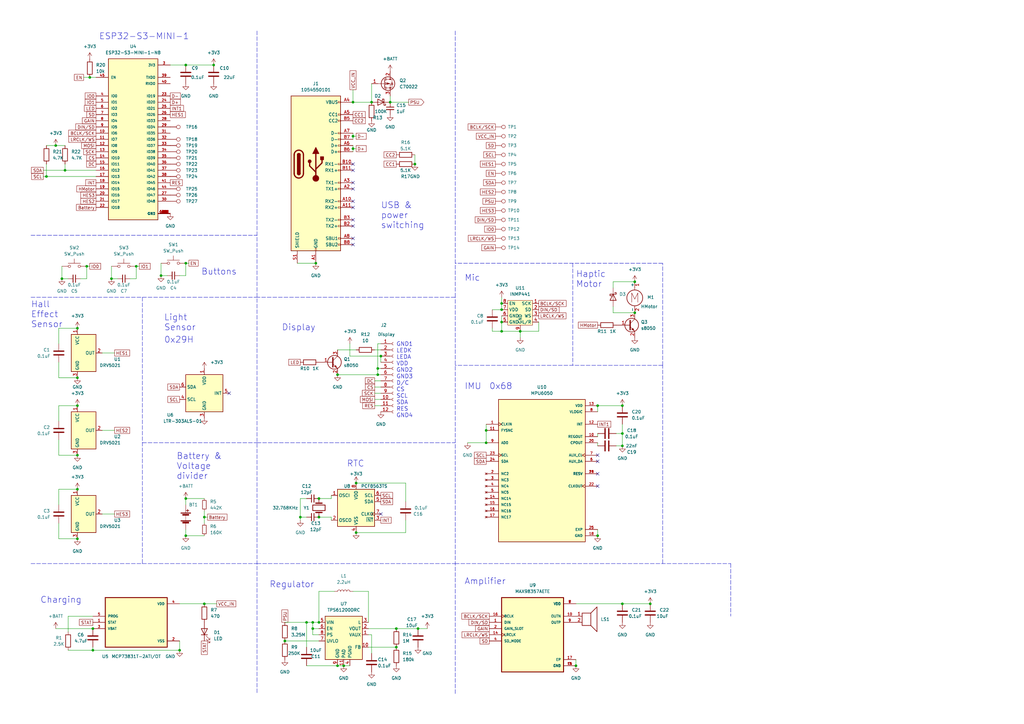
<source format=kicad_sch>
(kicad_sch (version 20211123) (generator eeschema)
  (paper "A3")
  (title_block (title "Nebula") (rev "V0.0") (company "Nicholas Gray"))
  (junction (at 205.74 124.46))
  (junction (at 199.39 176.53))
  (junction (at 38.1 257.81))
  (junction (at 130.81 255.27))
  (junction (at 130.81 204.47))
  (junction (at 205.74 135.89))
  (junction (at 255.27 182.88))
  (junction (at 125.73 255.27))
  (junction (at 170.18 67.31))
  (junction (at 144.78 60.96))
  (junction (at 83.82 247.65))
  (junction (at 245.11 166.37))
  (junction (at 26.67 69.85))
  (junction (at 76.2 219.71))
  (junction (at 138.43 273.05))
  (junction (at 260.35 128.27))
  (junction (at 255.27 166.37))
  (junction (at 128.27 255.27))
  (junction (at 87.63 26.67))
  (junction (at 213.36 135.89))
  (junction (at 154.94 153.67))
  (junction (at 156.21 146.05))
  (junction (at 22.86 59.69))
  (junction (at 144.78 55.88))
  (junction (at 162.56 257.81))
  (junction (at 130.81 212.09))
  (junction (at 116.84 262.89))
  (junction (at 36.83 31.75))
  (junction (at 129.54 107.95))
  (junction (at 199.39 181.61))
  (junction (at 152.4 41.91))
  (junction (at 76.2 107.95))
  (junction (at 31.75 166.37))
  (junction (at 205.74 132.08))
  (junction (at 45.72 114.3))
  (junction (at 76.2 204.47))
  (junction (at 31.75 186.69))
  (junction (at 25.4 114.3))
  (junction (at 66.04 113.03))
  (junction (at 236.22 273.05))
  (junction (at 266.7 247.65))
  (junction (at 19.05 72.39))
  (junction (at 140.97 273.05))
  (junction (at 245.11 219.71))
  (junction (at 38.1 266.7))
  (junction (at 255.27 177.8))
  (junction (at 55.88 109.22))
  (junction (at 146.05 218.44))
  (junction (at 162.56 265.43))
  (junction (at 160.02 41.91))
  (junction (at 171.45 257.81))
  (junction (at 31.75 220.98))
  (junction (at 260.35 115.57))
  (junction (at 73.66 266.7))
  (junction (at 128.27 257.81))
  (junction (at 154.94 151.13))
  (junction (at 31.75 200.66))
  (junction (at 31.75 154.94))
  (junction (at 35.56 109.22))
  (junction (at 31.75 134.62))
  (junction (at 255.27 247.65))
  (junction (at 83.82 212.09))
  (junction (at 123.19 212.09))
  (junction (at 138.43 153.67))
  (junction (at 144.78 41.91))
  (junction (at 146.05 198.12))
  (junction (at 76.2 26.67))
  (junction (at 205.74 127))
  (no_connect (at 144.78 69.85))
  (no_connect (at 156.21 210.82))
  (no_connect (at 144.78 92.71))
  (no_connect (at 245.11 199.39))
  (no_connect (at 144.78 67.31))
  (no_connect (at 245.11 194.31))
  (no_connect (at 144.78 82.55))
  (no_connect (at 93.98 161.29))
  (no_connect (at 144.78 90.17))
  (no_connect (at 144.78 85.09))
  (no_connect (at 144.78 100.33))
  (no_connect (at 144.78 97.79))
  (no_connect (at 245.11 189.23))
  (no_connect (at 144.78 77.47))
  (no_connect (at 245.11 186.69))
  (no_connect (at 144.78 74.93))
  (wire (pts (xy 201.93 135.89) (xy 205.74 135.89)))
  (wire (pts (xy 27.94 252.73) (xy 27.94 259.08)))
  (wire (pts (xy 66.04 113.03) (xy 68.58 113.03)))
  (wire (pts (xy 45.72 109.22) (xy 45.72 114.3)))
  (wire (pts (xy 252.73 182.88) (xy 255.27 182.88)))
  (wire (pts (xy 38.1 266.7) (xy 38.1 265.43)))
  (wire (pts (xy 201.93 135.89) (xy 201.93 134.62)))
  (wire (pts (xy 151.13 242.57) (xy 151.13 255.27)))
  (wire (pts (xy 152.4 260.35) (xy 152.4 267.97)))
  (polyline (pts (xy 12.7 231.14) (xy 58.42 231.14)))
  (wire (pts (xy 123.19 212.09) (xy 123.19 213.36)))
  (wire (pts (xy 17.78 72.39) (xy 19.05 72.39)))
  (wire (pts (xy 128.27 257.81) (xy 128.27 260.35)))
  (wire (pts (xy 24.13 220.98) (xy 31.75 220.98)))
  (wire (pts (xy 156.21 146.05) (xy 156.21 148.59)))
  (polyline (pts (xy 58.42 181.61) (xy 105.41 181.61)))
  (wire (pts (xy 125.73 255.27) (xy 128.27 255.27)))
  (wire (pts (xy 22.86 59.69) (xy 26.67 59.69)))
  (wire (pts (xy 255.27 177.8) (xy 255.27 182.88)))
  (wire (pts (xy 153.67 156.21) (xy 156.21 156.21)))
  (wire (pts (xy 83.82 209.55) (xy 83.82 212.09)))
  (wire (pts (xy 45.72 114.3) (xy 48.26 114.3)))
  (wire (pts (xy 76.2 107.95) (xy 76.2 113.03)))
  (wire (pts (xy 260.35 128.27) (xy 251.46 128.27)))
  (wire (pts (xy 251.46 115.57) (xy 260.35 115.57)))
  (wire (pts (xy 76.2 204.47) (xy 76.2 207.01)))
  (wire (pts (xy 140.97 273.05) (xy 143.51 273.05)))
  (wire (pts (xy 213.36 138.43) (xy 213.36 135.89)))
  (wire (pts (xy 245.11 182.88) (xy 245.11 181.61)))
  (polyline (pts (xy 271.78 107.95) (xy 186.69 107.95)))
  (wire (pts (xy 166.37 218.44) (xy 166.37 213.36)))
  (wire (pts (xy 130.81 212.09) (xy 135.89 212.09)))
  (wire (pts (xy 170.18 63.5) (xy 170.18 67.31)))
  (wire (pts (xy 205.74 132.08) (xy 205.74 135.89)))
  (wire (pts (xy 83.82 247.65) (xy 88.9 247.65)))
  (polyline (pts (xy 186.69 12.7) (xy 186.69 121.92)))
  (polyline (pts (xy 271.78 231.14) (xy 271.78 149.86)))
  (wire (pts (xy 38.1 252.73) (xy 27.94 252.73)))
  (wire (pts (xy 76.2 26.67) (xy 69.85 26.67)))
  (wire (pts (xy 255.27 173.99) (xy 255.27 177.8)))
  (wire (pts (xy 144.78 59.69) (xy 144.78 60.96)))
  (wire (pts (xy 24.13 166.37) (xy 24.13 172.72)))
  (polyline (pts (xy 271.78 149.86) (xy 186.69 149.86)))
  (wire (pts (xy 35.56 109.22) (xy 35.56 114.3)))
  (wire (pts (xy 125.73 204.47) (xy 123.19 204.47)))
  (wire (pts (xy 245.11 177.8) (xy 245.11 179.07)))
  (wire (pts (xy 123.19 204.47) (xy 123.19 212.09)))
  (wire (pts (xy 76.2 204.47) (xy 83.82 204.47)))
  (wire (pts (xy 55.88 109.22) (xy 55.88 114.3)))
  (wire (pts (xy 128.27 255.27) (xy 128.27 257.81)))
  (wire (pts (xy 130.81 242.57) (xy 137.16 242.57)))
  (wire (pts (xy 171.45 257.81) (xy 162.56 257.81)))
  (wire (pts (xy 41.91 210.82) (xy 46.99 210.82)))
  (wire (pts (xy 26.67 69.85) (xy 39.37 69.85)))
  (wire (pts (xy 22.86 257.81) (xy 38.1 257.81)))
  (wire (pts (xy 19.05 67.31) (xy 19.05 72.39)))
  (wire (pts (xy 25.4 114.3) (xy 27.94 114.3)))
  (wire (pts (xy 41.91 144.78) (xy 46.99 144.78)))
  (wire (pts (xy 151.13 265.43) (xy 162.56 265.43)))
  (polyline (pts (xy 58.42 121.92) (xy 58.42 231.14)))
  (wire (pts (xy 26.67 67.31) (xy 26.67 69.85)))
  (wire (pts (xy 144.78 55.88) (xy 144.78 57.15)))
  (wire (pts (xy 154.94 153.67) (xy 156.21 153.67)))
  (wire (pts (xy 73.66 266.7) (xy 38.1 266.7)))
  (wire (pts (xy 17.78 69.85) (xy 26.67 69.85)))
  (wire (pts (xy 36.83 31.75) (xy 39.37 31.75)))
  (wire (pts (xy 33.02 114.3) (xy 35.56 114.3)))
  (wire (pts (xy 153.67 161.29) (xy 156.21 161.29)))
  (wire (pts (xy 175.26 257.81) (xy 171.45 257.81)))
  (wire (pts (xy 73.66 262.89) (xy 73.66 266.7)))
  (polyline (pts (xy 234.95 107.95) (xy 234.95 149.86)))
  (wire (pts (xy 53.34 114.3) (xy 55.88 114.3)))
  (wire (pts (xy 251.46 118.11) (xy 251.46 115.57)))
  (polyline (pts (xy 12.7 121.92) (xy 105.41 121.92)))
  (wire (pts (xy 76.2 219.71) (xy 76.2 217.17)))
  (wire (pts (xy 128.27 255.27) (xy 130.81 255.27)))
  (polyline (pts (xy 105.41 181.61) (xy 186.69 181.61)))
  (wire (pts (xy 123.19 212.09) (xy 125.73 212.09)))
  (wire (pts (xy 135.89 204.47) (xy 135.89 203.2)))
  (polyline (pts (xy 105.41 231.14) (xy 186.69 231.14)))
  (wire (pts (xy 24.13 134.62) (xy 24.13 140.97)))
  (wire (pts (xy 220.98 135.89) (xy 213.36 135.89)))
  (wire (pts (xy 236.22 247.65) (xy 255.27 247.65)))
  (wire (pts (xy 128.27 257.81) (xy 130.81 257.81)))
  (polyline (pts (xy 186.69 231.14) (xy 299.72 231.14)))
  (polyline (pts (xy 271.78 149.86) (xy 271.78 107.95)))
  (wire (pts (xy 24.13 148.59) (xy 24.13 154.94)))
  (wire (pts (xy 154.94 151.13) (xy 156.21 151.13)))
  (wire (pts (xy 144.78 36.83) (xy 144.78 41.91)))
  (wire (pts (xy 125.73 273.05) (xy 138.43 273.05)))
  (wire (pts (xy 156.21 140.97) (xy 154.94 140.97)))
  (wire (pts (xy 24.13 154.94) (xy 31.75 154.94)))
  (wire (pts (xy 35.56 109.22) (xy 36.83 109.22)))
  (wire (pts (xy 245.11 217.17) (xy 245.11 219.71)))
  (wire (pts (xy 153.67 158.75) (xy 156.21 158.75)))
  (wire (pts (xy 83.82 212.09) (xy 83.82 214.63)))
  (wire (pts (xy 205.74 121.92) (xy 205.74 124.46)))
  (wire (pts (xy 152.4 34.29) (xy 152.4 41.91)))
  (wire (pts (xy 130.81 204.47) (xy 135.89 204.47)))
  (polyline (pts (xy 105.41 12.7) (xy 105.41 284.48)))
  (wire (pts (xy 19.05 72.39) (xy 39.37 72.39)))
  (wire (pts (xy 144.78 242.57) (xy 151.13 242.57)))
  (wire (pts (xy 143.51 140.97) (xy 143.51 146.05)))
  (wire (pts (xy 199.39 181.61) (xy 199.39 176.53)))
  (wire (pts (xy 236.22 270.51) (xy 236.22 273.05)))
  (wire (pts (xy 153.67 166.37) (xy 156.21 166.37)))
  (wire (pts (xy 252.73 177.8) (xy 255.27 177.8)))
  (wire (pts (xy 146.05 218.44) (xy 166.37 218.44)))
  (wire (pts (xy 220.98 132.08) (xy 220.98 135.89)))
  (wire (pts (xy 151.13 257.81) (xy 162.56 257.81)))
  (wire (pts (xy 73.66 247.65) (xy 83.82 247.65)))
  (wire (pts (xy 166.37 198.12) (xy 146.05 198.12)))
  (wire (pts (xy 138.43 153.67) (xy 154.94 153.67)))
  (wire (pts (xy 31.75 200.66) (xy 24.13 200.66)))
  (polyline (pts (xy 12.7 96.52) (xy 105.41 96.52)))
  (wire (pts (xy 146.05 143.51) (xy 138.43 143.51)))
  (wire (pts (xy 116.84 255.27) (xy 125.73 255.27)))
  (wire (pts (xy 41.91 176.53) (xy 46.99 176.53)))
  (wire (pts (xy 130.81 255.27) (xy 130.81 242.57)))
  (wire (pts (xy 144.78 55.88) (xy 146.05 55.88)))
  (wire (pts (xy 143.51 146.05) (xy 156.21 146.05)))
  (wire (pts (xy 27.94 266.7) (xy 38.1 266.7)))
  (wire (pts (xy 76.2 107.95) (xy 77.47 107.95)))
  (polyline (pts (xy 299.72 231.14) (xy 299.72 252.73)))
  (wire (pts (xy 24.13 180.34) (xy 24.13 186.69)))
  (wire (pts (xy 76.2 219.71) (xy 83.82 219.71)))
  (wire (pts (xy 144.78 60.96) (xy 146.05 60.96)))
  (wire (pts (xy 24.13 200.66) (xy 24.13 207.01)))
  (wire (pts (xy 154.94 151.13) (xy 154.94 153.67)))
  (wire (pts (xy 87.63 26.67) (xy 76.2 26.67)))
  (polyline (pts (xy 186.69 121.92) (xy 105.41 121.92)))
  (wire (pts (xy 19.05 59.69) (xy 22.86 59.69)))
  (wire (pts (xy 199.39 173.99) (xy 199.39 176.53)))
  (wire (pts (xy 85.09 212.09) (xy 83.82 212.09)))
  (wire (pts (xy 151.13 260.35) (xy 152.4 260.35)))
  (wire (pts (xy 245.11 166.37) (xy 255.27 166.37)))
  (wire (pts (xy 255.27 247.65) (xy 266.7 247.65)))
  (wire (pts (xy 153.67 163.83) (xy 156.21 163.83)))
  (wire (pts (xy 191.77 181.61) (xy 199.39 181.61)))
  (wire (pts (xy 160.02 39.37) (xy 160.02 41.91)))
  (wire (pts (xy 160.02 41.91) (xy 167.64 41.91)))
  (wire (pts (xy 201.93 127) (xy 205.74 127)))
  (wire (pts (xy 31.75 166.37) (xy 24.13 166.37)))
  (wire (pts (xy 245.11 166.37) (xy 245.11 168.91)))
  (wire (pts (xy 24.13 186.69) (xy 31.75 186.69)))
  (wire (pts (xy 144.78 60.96) (xy 144.78 62.23)))
  (wire (pts (xy 205.74 124.46) (xy 205.74 127)))
  (wire (pts (xy 24.13 214.63) (xy 24.13 220.98)))
  (wire (pts (xy 251.46 128.27) (xy 251.46 125.73)))
  (wire (pts (xy 55.88 109.22) (xy 57.15 109.22)))
  (polyline (pts (xy 58.42 231.14) (xy 105.41 231.14)))
  (wire (pts (xy 73.66 113.03) (xy 76.2 113.03)))
  (wire (pts (xy 34.29 31.75) (xy 36.83 31.75)))
  (wire (pts (xy 138.43 273.05) (xy 140.97 273.05)))
  (wire (pts (xy 130.81 260.35) (xy 128.27 260.35)))
  (wire (pts (xy 66.04 107.95) (xy 66.04 113.03)))
  (wire (pts (xy 144.78 41.91) (xy 152.4 41.91)))
  (wire (pts (xy 166.37 205.74) (xy 166.37 198.12)))
  (wire (pts (xy 121.92 107.95) (xy 129.54 107.95)))
  (wire (pts (xy 205.74 129.54) (xy 205.74 132.08)))
  (wire (pts (xy 213.36 135.89) (xy 205.74 135.89)))
  (polyline (pts (xy 186.69 284.48) (xy 186.69 121.92)))
  (wire (pts (xy 25.4 109.22) (xy 25.4 114.3)))
  (wire (pts (xy 144.78 54.61) (xy 144.78 55.88)))
  (wire (pts (xy 154.94 140.97) (xy 154.94 151.13)))
  (wire (pts (xy 116.84 262.89) (xy 130.81 262.89)))
  (wire (pts (xy 125.73 255.27) (xy 125.73 265.43)))
  (wire (pts (xy 31.75 134.62) (xy 24.13 134.62)))
  (wire (pts (xy 135.89 212.09) (xy 135.89 213.36)))
  (wire (pts (xy 153.67 143.51) (xy 156.21 143.51)))
  (text "0x68" (at 200.66 160.02 0) (effects (font (size 2.54 2.54)) (justify left bottom)))
  (text "Regulator\n" (at 110.49 241.3 0) (effects (font (size 2.54 2.54)) (justify left bottom)))
  (text "Hall\nEffect\nSensor\n" (at 12.7 134.62 0) (effects (font (size 2.54 2.54)) (justify left bottom)))
  (text "Charging\n" (at 16.51 247.65 0) (effects (font (size 2.54 2.54)) (justify left bottom)))
  (text "GND1\nLEDK\nLEDA\nVDD\nGND2\nGND3\nD/C\nCS\nSCL\nSDA\nRES\nGND4\n" (at 162.56 171.45 0) (effects (font (size 1.651 1.651)) (justify left bottom)))
  (text "Haptic\nMotor\n" (at 236.22 118.11 0) (effects (font (size 2.54 2.54)) (justify left bottom)))
  (text "Amplifier\n" (at 190.5 240.03 0) (effects (font (size 2.54 2.54)) (justify left bottom)))
  (text "Display\n" (at 115.57 135.89 0) (effects (font (size 2.54 2.54)) (justify left bottom)))
  (text "USB &\npower\nswitching\n" (at 156.21 93.98 0) (effects (font (size 2.54 2.54)) (justify left bottom)))
  (text "ESP32-S3-MINI-1\n" (at 40.64 16.51 0) (effects (font (size 2.54 2.54)) (justify left bottom)))
  (text "Mic\n" (at 190.5 115.57 0) (effects (font (size 2.54 2.54)) (justify left bottom)))
  (text "Light\nSensor\n" (at 67.31 135.89 0) (effects (font (size 2.54 2.54)) (justify left bottom)))
  (text "IMU\n" (at 190.5 160.02 0) (effects (font (size 2.54 2.54)) (justify left bottom)))
  (text "0x29H\n" (at 67.31 140.97 0) (effects (font (size 2.54 2.54)) (justify left bottom)))
  (text "Buttons\n" (at 82.55 113.03 0) (effects (font (size 2.54 2.54)) (justify left bottom)))
  (text "Battery &\nVoltage\ndivider\n" (at 72.39 196.85 0) (effects (font (size 2.54 2.54)) (justify left bottom)))
  (text "RTC\n" (at 142.24 191.77 0) (effects (font (size 2.54 2.54)) (justify left bottom)))
  (global_label "Battery" (shape passive) (at 85.09 212.09 0) (property "Intersheet References" "${INTERSHEET_REFS}" (effects hide)))
  (global_label "LRCLK{slash}WS" (shape passive) (at 39.37 57.15 180) (property "Intersheet References" "${INTERSHEET_REFS}" (effects hide)))
  (global_label "GAIN" (shape passive) (at 200.66 257.81 180) (property "Intersheet References" "${INTERSHEET_REFS}" (effects hide)))
  (global_label "SCL" (shape passive) (at 156.21 203.2 0) (property "Intersheet References" "${INTERSHEET_REFS}" (effects hide)))
  (global_label "GAIN" (shape passive) (at 39.37 49.53 180) (property "Intersheet References" "${INTERSHEET_REFS}" (effects hide)))
  (global_label "INT1" (shape passive) (at 245.11 173.99 0) (property "Intersheet References" "${INTERSHEET_REFS}" (effects hide)))
  (global_label "DC" (shape passive) (at 39.37 67.31 180) (property "Intersheet References" "${INTERSHEET_REFS}" (effects hide)))
  (global_label "BCLK{slash}SCK" (shape passive) (at 39.37 54.61 180) (property "Intersheet References" "${INTERSHEET_REFS}" (effects hide)))
  (global_label "PSU" (shape passive) (at 203.2 82.55 180) (property "Intersheet References" "${INTERSHEET_REFS}" (effects hide)))
  (global_label "STAT" (shape passive) (at 38.1 255.27 180) (property "Intersheet References" "${INTERSHEET_REFS}" (effects hide)))
  (global_label "CC1" (shape passive) (at 144.78 46.99 0) (property "Intersheet References" "${INTERSHEET_REFS}" (effects hide)))
  (global_label "SDA" (shape passive) (at 203.2 74.93 180) (property "Intersheet References" "${INTERSHEET_REFS}" (effects hide)))
  (global_label "Battery" (shape passive) (at 39.37 85.09 180) (property "Intersheet References" "${INTERSHEET_REFS}" (effects hide)))
  (global_label "EN" (shape passive) (at 203.2 71.12 180) (property "Intersheet References" "${INTERSHEET_REFS}" (effects hide)))
  (global_label "HES2" (shape passive) (at 39.37 82.55 180) (property "Intersheet References" "${INTERSHEET_REFS}" (effects hide)))
  (global_label "DIN{slash}SD" (shape passive) (at 39.37 52.07 180) (property "Intersheet References" "${INTERSHEET_REFS}" (effects hide)))
  (global_label "IO0" (shape passive) (at 39.37 39.37 180) (property "Intersheet References" "${INTERSHEET_REFS}" (effects hide)))
  (global_label "DIN{slash}SD" (shape passive) (at 220.98 127 0) (property "Intersheet References" "${INTERSHEET_REFS}" (effects hide)))
  (global_label "SCL" (shape passive) (at 203.2 63.5 180) (property "Intersheet References" "${INTERSHEET_REFS}" (effects hide)))
  (global_label "SD" (shape passive) (at 203.2 59.69 180) (property "Intersheet References" "${INTERSHEET_REFS}" (effects hide)))
  (global_label "IO0" (shape passive) (at 36.83 109.22 0) (property "Intersheet References" "${INTERSHEET_REFS}" (effects hide)))
  (global_label "D+" (shape passive) (at 69.85 41.91 0) (property "Intersheet References" "${INTERSHEET_REFS}" (effects hide)))
  (global_label "CS" (shape passive) (at 153.67 158.75 180) (property "Intersheet References" "${INTERSHEET_REFS}" (effects hide)))
  (global_label "SDA" (shape passive) (at 73.66 158.75 180) (property "Intersheet References" "${INTERSHEET_REFS}" (effects hide)))
  (global_label "HES2" (shape passive) (at 46.99 176.53 0) (property "Intersheet References" "${INTERSHEET_REFS}" (effects hide)))
  (global_label "SCL" (shape passive) (at 199.39 186.69 180) (property "Intersheet References" "${INTERSHEET_REFS}" (effects hide)))
  (global_label "CC2" (shape passive) (at 162.56 63.5 180) (property "Intersheet References" "${INTERSHEET_REFS}" (effects hide)))
  (global_label "DIN{slash}SD" (shape passive) (at 203.2 90.17 180) (property "Intersheet References" "${INTERSHEET_REFS}" (effects hide)))
  (global_label "SD" (shape passive) (at 39.37 46.99 180) (property "Intersheet References" "${INTERSHEET_REFS}" (effects hide)))
  (global_label "DIN{slash}SD" (shape passive) (at 200.66 255.27 180) (property "Intersheet References" "${INTERSHEET_REFS}" (effects hide)))
  (global_label "RES" (shape passive) (at 153.67 166.37 180) (property "Intersheet References" "${INTERSHEET_REFS}" (effects hide)))
  (global_label "SCL" (shape passive) (at 73.66 163.83 180) (property "Intersheet References" "${INTERSHEET_REFS}" (effects hide)))
  (global_label "CC2" (shape passive) (at 144.78 49.53 0) (property "Intersheet References" "${INTERSHEET_REFS}" (effects hide)))
  (global_label "VCC_IN" (shape passive) (at 144.78 36.83 90) (property "Intersheet References" "${INTERSHEET_REFS}" (effects hide)))
  (global_label "LED" (shape passive) (at 39.37 44.45 180) (property "Intersheet References" "${INTERSHEET_REFS}" (effects hide)))
  (global_label "SCK" (shape passive) (at 153.67 161.29 180) (property "Intersheet References" "${INTERSHEET_REFS}" (effects hide)))
  (global_label "D-" (shape passive) (at 69.85 39.37 0) (property "Intersheet References" "${INTERSHEET_REFS}" (effects hide)))
  (global_label "HES1" (shape passive) (at 69.85 46.99 0) (property "Intersheet References" "${INTERSHEET_REFS}" (effects hide)))
  (global_label "PSU" (shape passive) (at 116.84 255.27 90) (property "Intersheet References" "${INTERSHEET_REFS}" (effects hide)))
  (global_label "HMotor" (shape passive) (at 245.11 133.35 180) (property "Intersheet References" "${INTERSHEET_REFS}" (effects hide)))
  (global_label "SDA" (shape passive) (at 199.39 189.23 180) (property "Intersheet References" "${INTERSHEET_REFS}" (effects hide)))
  (global_label "INT" (shape passive) (at 39.37 74.93 180) (property "Intersheet References" "${INTERSHEET_REFS}" (effects hide)))
  (global_label "CS" (shape passive) (at 39.37 64.77 180) (property "Intersheet References" "${INTERSHEET_REFS}" (effects hide)))
  (global_label "D+" (shape passive) (at 146.05 60.96 0) (property "Intersheet References" "${INTERSHEET_REFS}" (effects hide)))
  (global_label "IO0" (shape passive) (at 203.2 93.98 180) (property "Intersheet References" "${INTERSHEET_REFS}" (effects hide)))
  (global_label "CC1" (shape passive) (at 162.56 67.31 180) (property "Intersheet References" "${INTERSHEET_REFS}" (effects hide)))
  (global_label "HES1" (shape passive) (at 46.99 144.78 0) (property "Intersheet References" "${INTERSHEET_REFS}" (effects hide)))
  (global_label "STAT" (shape passive) (at 83.82 262.89 270) (property "Intersheet References" "${INTERSHEET_REFS}" (effects hide)))
  (global_label "VCC_IN" (shape passive) (at 88.9 247.65 0) (property "Intersheet References" "${INTERSHEET_REFS}" (effects hide)))
  (global_label "IO1" (shape passive) (at 57.15 109.22 0) (property "Intersheet References" "${INTERSHEET_REFS}" (effects hide)))
  (global_label "SCK" (shape passive) (at 39.37 62.23 180) (property "Intersheet References" "${INTERSHEET_REFS}" (effects hide)))
  (global_label "HES2" (shape passive) (at 203.2 78.74 180) (property "Intersheet References" "${INTERSHEET_REFS}" (effects hide)))
  (global_label "EN" (shape passive) (at 34.29 31.75 180) (property "Intersheet References" "${INTERSHEET_REFS}" (effects hide)))
  (global_label "BCLK{slash}SCK" (shape passive) (at 200.66 252.73 180) (property "Intersheet References" "${INTERSHEET_REFS}" (effects hide)))
  (global_label "INT" (shape passive) (at 156.21 213.36 0) (property "Intersheet References" "${INTERSHEET_REFS}" (effects hide)))
  (global_label "SD" (shape passive) (at 200.66 262.89 180) (property "Intersheet References" "${INTERSHEET_REFS}" (effects hide)))
  (global_label "HES1" (shape passive) (at 203.2 67.31 180) (property "Intersheet References" "${INTERSHEET_REFS}" (effects hide)))
  (global_label "GAIN" (shape passive) (at 203.2 101.6 180) (property "Intersheet References" "${INTERSHEET_REFS}" (effects hide)))
  (global_label "RES" (shape passive) (at 69.85 74.93 0) (property "Intersheet References" "${INTERSHEET_REFS}" (effects hide)))
  (global_label "EN" (shape passive) (at 77.47 107.95 0) (property "Intersheet References" "${INTERSHEET_REFS}" (effects hide)))
  (global_label "PSU" (shape output) (at 167.64 41.91 0) (property "Intersheet References" "${INTERSHEET_REFS}" (effects hide)))
  (global_label "IO1" (shape passive) (at 39.37 41.91 180) (property "Intersheet References" "${INTERSHEET_REFS}" (effects hide)))
  (global_label "HES3" (shape passive) (at 39.37 80.01 180) (property "Intersheet References" "${INTERSHEET_REFS}" (effects hide)))
  (global_label "MOSI" (shape passive) (at 153.67 163.83 180) (property "Intersheet References" "${INTERSHEET_REFS}" (effects hide)))
  (global_label "INT1" (shape passive) (at 69.85 44.45 0) (property "Intersheet References" "${INTERSHEET_REFS}" (effects hide)))
  (global_label "SCL" (shape passive) (at 17.78 72.39 180) (property "Intersheet References" "${INTERSHEET_REFS}" (effects hide)))
  (global_label "LRCLK{slash}WS" (shape passive) (at 220.98 129.54 0) (property "Intersheet References" "${INTERSHEET_REFS}" (effects hide)))
  (global_label "MOSI" (shape passive) (at 39.37 59.69 180) (property "Intersheet References" "${INTERSHEET_REFS}" (effects hide)))
  (global_label "VCC_IN" (shape passive) (at 203.2 55.88 180) (property "Intersheet References" "${INTERSHEET_REFS}" (effects hide)))
  (global_label "LRCLK{slash}WS" (shape passive) (at 200.66 260.35 180) (property "Intersheet References" "${INTERSHEET_REFS}" (effects hide)))
  (global_label "LRCLK{slash}WS" (shape passive) (at 203.2 97.79 180) (property "Intersheet References" "${INTERSHEET_REFS}" (effects hide)))
  (global_label "DC" (shape passive) (at 153.67 156.21 180) (property "Intersheet References" "${INTERSHEET_REFS}" (effects hide)))
  (global_label "SDA" (shape passive) (at 17.78 69.85 180) (property "Intersheet References" "${INTERSHEET_REFS}" (effects hide)))
  (global_label "BCLK{slash}SCK" (shape passive) (at 220.98 124.46 0) (property "Intersheet References" "${INTERSHEET_REFS}" (effects hide)))
  (global_label "HES3" (shape passive) (at 46.99 210.82 0) (property "Intersheet References" "${INTERSHEET_REFS}" (effects hide)))
  (global_label "SDA" (shape passive) (at 156.21 205.74 0) (property "Intersheet References" "${INTERSHEET_REFS}" (effects hide)))
  (global_label "HES3" (shape passive) (at 203.2 86.36 180) (property "Intersheet References" "${INTERSHEET_REFS}" (effects hide)))
  (global_label "D-" (shape passive) (at 146.05 55.88 0) (property "Intersheet References" "${INTERSHEET_REFS}" (effects hide)))
  (global_label "LED" (shape passive) (at 123.19 148.59 180) (property "Intersheet References" "${INTERSHEET_REFS}" (effects hide)))
  (global_label "HMotor" (shape passive) (at 39.37 77.47 180) (property "Intersheet References" "${INTERSHEET_REFS}" (effects hide)))
  (global_label "BCLK{slash}SCK" (shape passive) (at 203.2 52.07 180) (property "Intersheet References" "${INTERSHEET_REFS}" (effects hide)))
  (symbol (lib_id "power:+3.3V") (at 22.86 59.69 0) (unit 1)
    (property "Reference" "#PWR0151" (effects hide))
    (property "Value" "+3.3V" (at 22.86 54.61 0))
  )
  (symbol (lib_id "power:GND") (at 87.63 34.29 0) (mirror y) (unit 1)
    (property "Reference" "#PWR0109" (effects hide))
    (property "Value" "GND" (at 87.63 39.37 0))
  )
  (symbol (lib_id "Sensor_Magnetic:DRV5033AJxDBZ") (at 34.29 144.78 0) (unit 1)
    (property "Reference" "U1" (at 49.53 147.32 0) (effects (justify right)))
    (property "Value" "DRV5021" (at 49.53 149.86 0) (effects (justify right)))
    (property "Footprint" "Package_TO_SOT_SMD:SOT-23" (effects hide))
    (property "Datasheet" "https://www.ti.com/lit/ds/symlink/drv5033.pdf" (effects hide))
  )
  (symbol (lib_id "Device:R") (at 152.4 45.72 180) (unit 1)
    (property "Reference" "R13" (at 154.94 48.26 0))
    (property "Value" "100K" (at 156.21 45.72 0))
    (property "Footprint" "Resistor_SMD:R_0402_1005Metric" (effects hide))
  )
  (symbol (lib_id "Device:R") (at 162.56 269.24 0) (unit 1)
    (property "Reference" "R15" (at 165.1 267.9699 0) (effects (justify left)))
    (property "Value" "180k" (at 165.1 270.51 0) (effects (justify left)))
    (property "Footprint" "Resistor_SMD:R_0402_1005Metric" (effects hide))
  )
  (symbol (lib_id "Connector:TestPoint") (at 69.85 52.07 270) (unit 1)
    (property "Reference" "TP16" (at 76.2 52.07 90) (effects (justify left)))
    (property "Value" "TestPoint" (effects hide))
    (property "Footprint" "TestPoint:TestPoint_Pad_1.5x1.5mm" (effects hide))
  )
  (symbol (lib_id "power:GND") (at 146.05 218.44 0) (unit 1)
    (property "Reference" "#PWR0134" (effects hide))
    (property "Value" "GND" (effects hide))
  )
  (symbol (lib_id "Device:D_Schottky") (at 251.46 121.92 270) (unit 1)
    (property "Reference" "D3" (at 254 120.6499 90) (effects (justify left)))
    (property "Value" "SD0805S020S1R0" (effects hide))
    (property "Footprint" "Diode_SMD:D_0603_1608Metric" (effects hide))
  )
  (symbol (lib_id "Device:C") (at 152.4 271.78 0) (unit 1)
    (property "Reference" "C14" (at 154.94 270.51 0) (effects (justify left)))
    (property "Value" "0.1uF" (at 154.94 273.05 0) (effects (justify left)))
    (property "Footprint" "Capacitor_SMD:C_0402_1005Metric" (effects hide))
  )
  (symbol (lib_id "Connector:TestPoint") (at 69.85 67.31 270) (unit 1)
    (property "Reference" "TP22" (at 76.2 67.31 90) (effects (justify left)))
    (property "Value" "TestPoint" (effects hide))
    (property "Footprint" "TestPoint:TestPoint_Pad_1.5x1.5mm" (effects hide))
  )
  (symbol (lib_id "Device:C") (at 255.27 170.18 180) (unit 1)
    (property "Reference" "C20" (at 259.08 168.9099 0) (effects (justify right)))
    (property "Value" "0.1uF" (at 259.08 171.4499 0) (effects (justify right)))
    (property "Footprint" "Capacitor_SMD:C_0402_1005Metric" (effects hide))
  )
  (symbol (lib_id "Device:R") (at 166.37 63.5 270) (unit 1)
    (property "Reference" "R16" (at 166.37 58.42 90))
    (property "Value" "5.1K" (at 166.37 60.96 90))
    (property "Footprint" "Resistor_SMD:R_0402_1005Metric" (effects hide))
  )
  (symbol (lib_id "Device:C_Small") (at 50.8 114.3 270) (mirror x) (unit 1)
    (property "Reference" "C7" (at 50.8 119.38 90))
    (property "Value" "0.1uF" (at 50.8 116.84 90))
    (property "Footprint" "Capacitor_SMD:C_0402_1005Metric" (effects hide))
  )
  (symbol (lib_id "Device:C") (at 24.13 210.82 0) (unit 1)
    (property "Reference" "C3" (at 17.78 209.55 0) (effects (justify left)))
    (property "Value" "0.1uF" (at 15.24 212.09 0) (effects (justify left)))
    (property "Footprint" "Capacitor_SMD:C_0402_1005Metric" (effects hide))
  )
  (symbol (lib_id "Connector:TestPoint") (at 69.85 62.23 270) (unit 1)
    (property "Reference" "TP20" (at 76.2 62.23 90) (effects (justify left)))
    (property "Value" "TestPoint" (effects hide))
    (property "Footprint" "TestPoint:TestPoint_Pad_1.5x1.5mm" (effects hide))
  )
  (symbol (lib_id "Device:C") (at 38.1 261.62 0) (unit 1)
    (property "Reference" "C6" (at 31.75 260.35 0) (effects (justify left)))
    (property "Value" "4.7uF" (at 30.48 262.89 0) (effects (justify left)))
    (property "Footprint" "Capacitor_SMD:C_0402_1005Metric" (effects hide))
  )
  (symbol (lib_id "power:GND") (at 266.7 255.27 0) (unit 1)
    (property "Reference" "#PWR0137" (effects hide))
    (property "Value" "GND" (at 266.7 260.35 0))
  )
  (symbol (lib_id "power:GND") (at 255.27 182.88 0) (unit 1)
    (property "Reference" "#PWR0144" (effects hide))
    (property "Value" "GND" (at 255.27 187.96 0))
  )
  (symbol (lib_id "power:GND") (at 83.82 171.45 0) (unit 1)
    (property "Reference" "#PWR0106" (effects hide))
    (property "Value" "GND" (effects hide))
  )
  (symbol (lib_id "power:GND") (at 160.02 46.99 0) (unit 1)
    (property "Reference" "#PWR0118" (effects hide))
    (property "Value" "GND" (at 160.02 52.07 0))
  )
  (symbol (lib_id "power:GND") (at 129.54 107.95 0) (unit 1)
    (property "Reference" "#PWR0121" (effects hide))
    (property "Value" "GND" (at 129.54 113.03 0))
  )
  (symbol (lib_id "Switch:SW_Push") (at 71.12 107.95 0) (mirror y) (unit 1)
    (property "Reference" "SW1" (at 71.12 100.33 0))
    (property "Value" "SW_Push" (at 71.12 102.87 0))
    (property "Footprint" "footprint:SW_EVQ-P7J01P" (effects hide))
  )
  (symbol (lib_id "power:+3.3V") (at 36.83 24.13 0) (unit 1)
    (property "Reference" "#PWR0150" (effects hide))
    (property "Value" "+3.3V" (at 36.83 19.05 0))
  )
  (symbol (lib_id "power:GND") (at 191.77 181.61 0) (unit 1)
    (property "Reference" "#PWR0142" (effects hide))
    (property "Value" "GND" (at 191.77 186.69 0))
  )
  (symbol (lib_id "Device:R") (at 116.84 259.08 0) (unit 1)
    (property "Reference" "R8" (at 119.38 257.8099 0) (effects (justify left)))
    (property "Value" "3.25M" (at 119.38 260.35 0) (effects (justify left)))
    (property "Footprint" "Resistor_SMD:R_0402_1005Metric" (effects hide))
  )
  (symbol (lib_id "Device:R") (at 162.56 261.62 0) (unit 1)
    (property "Reference" "R14" (at 165.1 260.3499 0) (effects (justify left)))
    (property "Value" "1M" (at 165.1 262.8899 0) (effects (justify left)))
    (property "Footprint" "Resistor_SMD:R_0402_1005Metric" (effects hide))
  )
  (symbol (lib_id "power:+3.3V") (at 255.27 166.37 0) (unit 1)
    (property "Reference" "#PWR0145" (effects hide))
    (property "Value" "+3.3V" (at 255.27 161.29 0))
  )
  (symbol (lib_id "MAX98357AETE:MAX98357AETE") (at 218.44 260.35 0) (unit 1)
    (property "Reference" "U9" (at 218.44 240.03 0))
    (property "Value" "MAX98357AETE" (at 218.44 242.57 0))
    (property "Footprint" "footprint:QFN50P300X300X80-17N" (effects hide))
    (property "Price" "None" (effects hide))
    (property "MF" "Maxim Integrated" (effects hide))
    (property "Description" "Audio Amp Speaker 1-CH Mono Class-D 16-Pin TQFN EP T/R" (effects hide))
    (property "Package" "TQFN-16 Maxim" (effects hide))
    (property "Availability" "Unavailable" (effects hide))
    (property "MP" "MAX98357AETE" (effects hide))
  )
  (symbol (lib_id "Connector:TestPoint") (at 69.85 57.15 270) (unit 1)
    (property "Reference" "TP18" (at 76.2 57.15 90) (effects (justify left)))
    (property "Value" "TestPoint" (effects hide))
    (property "Footprint" "TestPoint:TestPoint_Pad_1.5x1.5mm" (effects hide))
  )
  (symbol (lib_id "power:GND") (at 116.84 270.51 0) (unit 1)
    (property "Reference" "#PWR0126" (effects hide))
    (property "Value" "GND" (at 116.84 275.59 0))
  )
  (symbol (lib_id "Connector:TestPoint") (at 69.85 77.47 270) (unit 1)
    (property "Reference" "TP25" (at 76.2 77.47 90) (effects (justify left)))
    (property "Value" "TestPoint" (effects hide))
    (property "Footprint" "TestPoint:TestPoint_Pad_1.5x1.5mm" (effects hide))
  )
  (symbol (lib_id "power:+3.3V") (at 31.75 134.62 0) (unit 1)
    (property "Reference" "#PWR0113" (effects hide))
    (property "Value" "+3.3V" (at 31.75 129.54 0))
  )
  (symbol (lib_id "power:GND") (at 73.66 266.7 0) (unit 1)
    (property "Reference" "#PWR0123" (effects hide))
    (property "Value" "GND" (at 69.85 269.24 0))
  )
  (symbol (lib_id "Device:LED") (at 83.82 259.08 90) (unit 1)
    (property "Reference" "D1" (at 87.63 259.3974 90) (effects (justify right)))
    (property "Value" "LED" (at 87.63 261.9374 90) (effects (justify right)))
    (property "Footprint" "LED_SMD:LED_0603_1608Metric" (effects hide))
  )
  (symbol (lib_id "Timer_RTC:PCF8563TS") (at 146.05 208.28 0) (unit 1)
    (property "Reference" "U8" (at 140.97 199.39 0) (effects (justify left)))
    (property "Value" "PCF8563TS" (at 148.0694 199.39 0) (effects (justify left)))
    (property "Footprint" "footprint:SON50P300X300X100-11N" (effects hide))
    (property "Datasheet" "https://assets.nexperia.com/documents/data-sheet/PCF8563.pdf" (effects hide))
  )
  (symbol (lib_id "Device:R") (at 26.67 63.5 0) (unit 1)
    (property "Reference" "R22" (at 29.21 62.2299 0) (effects (justify left)))
    (property "Value" "4.7K" (at 29.21 64.7699 0) (effects (justify left)))
    (property "Footprint" "Resistor_SMD:R_0402_1005Metric" (effects hide))
  )
  (symbol (lib_id "Connector:TestPoint") (at 69.85 69.85 270) (unit 1)
    (property "Reference" "TP23" (at 76.2 69.85 90) (effects (justify left)))
    (property "Value" "TestPoint" (effects hide))
    (property "Footprint" "TestPoint:TestPoint_Pad_1.5x1.5mm" (effects hide))
  )
  (symbol (lib_id "Device:R") (at 83.82 251.46 180) (unit 1)
    (property "Reference" "R7" (at 86.36 250.1899 0) (effects (justify right)))
    (property "Value" "470" (at 86.36 252.7299 0) (effects (justify right)))
    (property "Footprint" "Resistor_SMD:R_0402_1005Metric" (effects hide))
  )
  (symbol (lib_id "power:GND") (at 31.75 154.94 0) (unit 1)
    (property "Reference" "#PWR0114" (effects hide))
    (property "Value" "GND" (at 31.75 158.75 0))
  )
  (symbol (lib_id "Connector:TestPoint") (at 203.2 78.74 270) (unit 1)
    (property "Reference" "TP8" (at 208.28 78.74 90) (effects (justify left)))
    (property "Value" "TestPoint" (effects hide))
    (property "Footprint" "TestPoint:TestPoint_Pad_2.5x2.5mm" (effects hide))
  )
  (symbol (lib_id "Device:R") (at 36.83 27.94 0) (unit 1)
    (property "Reference" "R20" (at 39.37 26.6699 0) (effects (justify left)))
    (property "Value" "10k" (at 39.37 29.2099 0) (effects (justify left)))
    (property "Footprint" "Resistor_SMD:R_0402_1005Metric" (effects hide))
  )
  (symbol (lib_id "Connector:TestPoint") (at 69.85 72.39 270) (unit 1)
    (property "Reference" "TP24" (at 76.2 72.39 90) (effects (justify left)))
    (property "Value" "TestPoint" (effects hide))
    (property "Footprint" "TestPoint:TestPoint_Pad_1.5x1.5mm" (effects hide))
  )
  (symbol (lib_id "Connector:TestPoint") (at 203.2 86.36 270) (unit 1)
    (property "Reference" "TP10" (at 208.28 86.36 90) (effects (justify left)))
    (property "Value" "TestPoint" (effects hide))
    (property "Footprint" "TestPoint:TestPoint_Pad_2.5x2.5mm" (effects hide))
  )
  (symbol (lib_id "power:GND") (at 76.2 34.29 0) (mirror y) (unit 1)
    (property "Reference" "#PWR0108" (effects hide))
    (property "Value" "GND" (at 76.2 39.37 0))
  )
  (symbol (lib_id "Connector:TestPoint") (at 203.2 52.07 270) (unit 1)
    (property "Reference" "TP1" (at 208.28 52.07 90) (effects (justify left)))
    (property "Value" "TestPoint" (effects hide))
    (property "Footprint" "TestPoint:TestPoint_Pad_2.5x2.5mm" (effects hide))
  )
  (symbol (lib_id "Connector:TestPoint") (at 69.85 64.77 270) (unit 1)
    (property "Reference" "TP21" (at 76.2 64.77 90) (effects (justify left)))
    (property "Value" "TestPoint" (effects hide))
    (property "Footprint" "TestPoint:TestPoint_Pad_1.5x1.5mm" (effects hide))
  )
  (symbol (lib_id "Device:R") (at 116.84 266.7 0) (unit 1)
    (property "Reference" "R9" (at 119.38 265.4299 0) (effects (justify left)))
    (property "Value" "250K" (at 118.11 267.97 0) (effects (justify left)))
    (property "Footprint" "Resistor_SMD:R_0402_1005Metric" (effects hide))
  )
  (symbol (lib_id "Device:Q_NPN_BEC") (at 257.81 133.35 0) (unit 1)
    (property "Reference" "Q3" (at 262.89 132.0799 0) (effects (justify left)))
    (property "Value" "s8050" (at 262.89 134.6199 0) (effects (justify left)))
    (property "Footprint" "Package_TO_SOT_SMD:SOT-23" (effects hide))
  )
  (symbol (lib_id "ESP32-S3-MINI-1-N8:ESP32-S3-MINI-1-N8") (at 54.61 57.15 0) (unit 1)
    (property "Reference" "U4" (at 54.61 19.05 0))
    (property "Value" "ESP32-S3-MINI-1-N8" (at 54.61 21.59 0))
    (property "Footprint" "footprint:XCVR_ESP32-S3-MINI-1-N8" (effects hide))
    (property "STANDARD" "Manufacturer Recommendations" (effects hide))
    (property "MAXIMUM_PACKAGE_HEIGHT" "2.55mm" (effects hide))
    (property "MANUFACTURER" "Espressif" (effects hide))
    (property "PARTREV" "v0.6" (effects hide))
  )
  (symbol (lib_id "Sensor_Optical:LTR-303ALS-01") (at 83.82 161.29 0) (unit 1)
    (property "Reference" "U6" (at 69.85 170.18 0))
    (property "Value" "LTR-303ALS-01" (at 74.93 172.72 0))
    (property "Footprint" "OptoDevice:Lite-On_LTR-303ALS-01" (effects hide))
    (property "Datasheet" "http://optoelectronics.liteon.com/upload/download/DS86-2013-0004/LTR-303ALS-01_DS_V1.pdf" (effects hide))
  )
  (symbol (lib_id "Connector:Conn_01x12_Female") (at 161.29 153.67 0) (unit 1)
    (property "Reference" "J2" (at 156.21 133.35 0) (effects (justify left)))
    (property "Value" "Display" (at 154.94 137.16 0) (effects (justify left)))
    (property "Footprint" "footprint:Circular Display connector" (effects hide))
  )
  (symbol (lib_id "Device:C") (at 24.13 144.78 0) (unit 1)
    (property "Reference" "C1" (at 17.78 143.51 0) (effects (justify left)))
    (property "Value" "0.1uF" (at 15.24 146.05 0) (effects (justify left)))
    (property "Footprint" "Capacitor_SMD:C_0402_1005Metric" (effects hide))
  )
  (symbol (lib_id "power:+3.3V") (at 146.05 198.12 0) (unit 1)
    (property "Reference" "#PWR0133" (effects hide))
    (property "Value" "+3.3V" (at 146.05 194.31 0))
  )
  (symbol (lib_id "power:GND") (at 31.75 186.69 0) (unit 1)
    (property "Reference" "#PWR0130" (effects hide))
    (property "Value" "GND" (at 31.75 191.77 0))
  )
  (symbol (lib_id "Device:R") (at 248.92 133.35 90) (unit 1)
    (property "Reference" "R11" (at 248.92 135.89 90) (effects (justify left)))
    (property "Value" "1K" (at 252.73 135.89 90) (effects (justify left)))
    (property "Footprint" "Resistor_SMD:R_0402_1005Metric" (effects hide))
  )
  (symbol (lib_id "power:GND") (at 152.4 49.53 0) (unit 1)
    (property "Reference" "#PWR0117" (effects hide))
    (property "Value" "GND" (at 152.4 53.34 0))
  )
  (symbol (lib_id "power:GND") (at 69.85 87.63 0) (unit 1)
    (property "Reference" "#PWR0111" (effects hide))
    (property "Value" "GND" (at 69.85 92.71 0))
  )
  (symbol (lib_id "power:GND") (at 140.97 273.05 0) (unit 1)
    (property "Reference" "#PWR0127" (effects hide))
    (property "Value" "GND" (at 140.97 278.13 0))
  )
  (symbol (lib_id "Device:R") (at 149.86 143.51 90) (unit 1)
    (property "Reference" "R12" (at 149.86 137.16 90))
    (property "Value" "10" (at 149.86 139.7 90))
    (property "Footprint" "Resistor_SMD:R_0402_1005Metric" (effects hide))
  )
  (symbol (lib_id "Device:L") (at 140.97 242.57 90) (unit 1)
    (property "Reference" "L1" (at 140.97 236.22 90))
    (property "Value" "2.2uH" (at 140.97 238.76 90))
    (property "Footprint" "Inductor_SMD:L_1008_2520Metric_Pad1.43x2.20mm_HandSolder" (effects hide))
  )
  (symbol (lib_id "Connector:TestPoint") (at 69.85 82.55 270) (unit 1)
    (property "Reference" "TP27" (at 76.2 82.55 90) (effects (justify left)))
    (property "Value" "TestPoint" (effects hide))
    (property "Footprint" "TestPoint:TestPoint_Pad_1.5x1.5mm" (effects hide))
  )
  (symbol (lib_id "Device:C_Small") (at 128.27 212.09 270) (unit 1)
    (property "Reference" "C13" (at 129.54 214.63 90))
    (property "Value" "12pF" (at 129.54 217.17 90))
    (property "Footprint" "Capacitor_SMD:C_0402_1005Metric" (effects hide))
  )
  (symbol (lib_id "power:+3.3V") (at 87.63 26.67 0) (mirror y) (unit 1)
    (property "Reference" "#PWR0110" (effects hide))
    (property "Value" "+3.3V" (at 87.63 21.59 0))
  )
  (symbol (lib_id "MCP73831T-2ATI_OT:MCP73831T-2ATI{slash}OT") (at 55.88 255.27 0) (unit 1)
    (property "Reference" "U5" (at 43.18 269.24 0))
    (property "Value" "MCP73831T-2ATI/OT" (at 55.88 269.24 0))
    (property "Footprint" "Package_TO_SOT_SMD:SOT-23-5" (effects hide))
  )
  (symbol (lib_id "Device:C") (at 171.45 261.62 180) (unit 1)
    (property "Reference" "C17" (at 168.91 254 0))
    (property "Value" "10uF" (at 168.91 256.54 0))
    (property "Footprint" "Capacitor_SMD:C_0402_1005Metric" (effects hide))
  )
  (symbol (lib_id "Device:C") (at 248.92 182.88 270) (unit 1)
    (property "Reference" "C19" (at 259.08 185.42 90))
    (property "Value" "22nF" (at 259.08 182.88 90))
    (property "Footprint" "Capacitor_SMD:C_0402_1005Metric" (effects hide))
  )
  (symbol (lib_id "power:GND") (at 213.36 138.43 0) (unit 1)
    (property "Reference" "#PWR0147" (effects hide))
    (property "Value" "GND" (at 213.36 143.51 0))
  )
  (symbol (lib_id "Device:C_Small") (at 160.02 44.45 0) (unit 1)
    (property "Reference" "C15" (at 162.56 43.1862 0) (effects (justify left)))
    (property "Value" "1uF" (at 162.56 45.7262 0) (effects (justify left)))
    (property "Footprint" "Capacitor_SMD:C_0402_1005Metric" (effects hide))
  )
  (symbol (lib_id "Connector:TestPoint") (at 203.2 93.98 270) (unit 1)
    (property "Reference" "TP12" (at 208.28 93.98 90) (effects (justify left)))
    (property "Value" "TestPoint" (effects hide))
    (property "Footprint" "TestPoint:TestPoint_Pad_2.5x2.5mm" (effects hide))
  )
  (symbol (lib_id "Device:R") (at 127 148.59 90) (unit 1)
    (property "Reference" "R10" (at 127 151.13 90) (effects (justify left)))
    (property "Value" "1K" (at 130.81 151.13 90) (effects (justify left)))
    (property "Footprint" "Resistor_SMD:R_0402_1005Metric" (effects hide))
  )
  (symbol (lib_id "Connector:TestPoint") (at 203.2 55.88 270) (unit 1)
    (property "Reference" "TP2" (at 208.28 55.88 90) (effects (justify left)))
    (property "Value" "TestPoint" (effects hide))
    (property "Footprint" "TestPoint:TestPoint_Pad_2.5x2.5mm" (effects hide))
  )
  (symbol (lib_id "Device:R") (at 19.05 63.5 0) (unit 1)
    (property "Reference" "R21" (at 21.59 62.2299 0) (effects (justify left)))
    (property "Value" "4.7K" (at 21.59 64.7699 0) (effects (justify left)))
    (property "Footprint" "Resistor_SMD:R_0402_1005Metric" (effects hide))
  )
  (symbol (lib_id "power:+3.3V") (at 266.7 247.65 0) (unit 1)
    (property "Reference" "#PWR0139" (effects hide))
    (property "Value" "+3.3V" (at 266.7 242.57 0))
  )
  (symbol (lib_id "Regulator_Switching:TPS61200DRC") (at 140.97 260.35 0) (unit 1)
    (property "Reference" "U7" (at 140.97 247.65 0))
    (property "Value" "TPS61200DRC" (at 140.97 250.19 0))
    (property "Footprint" "Package_SON:Texas_S-PVSON-N10_ThermalVias" (effects hide))
    (property "Datasheet" "http://www.ti.com/lit/ds/symlink/tps61200.pdf" (effects hide))
  )
  (symbol (lib_id "Device:C") (at 87.63 30.48 0) (mirror y) (unit 1)
    (property "Reference" "C10" (at 93.98 27.94 0) (effects (justify left)))
    (property "Value" "22uF" (at 96.52 31.75 0) (effects (justify left)))
    (property "Footprint" "Capacitor_SMD:C_0402_1005Metric" (effects hide))
  )
  (symbol (lib_id "Device:Q_NPN_BEC") (at 135.89 148.59 0) (unit 1)
    (property "Reference" "Q1" (at 140.97 147.3199 0) (effects (justify left)))
    (property "Value" "s8050" (at 140.97 149.8599 0) (effects (justify left)))
    (property "Footprint" "Package_TO_SOT_SMD:SOT-23" (effects hide))
  )
  (symbol (lib_id "power:+3.3V") (at 205.74 121.92 0) (unit 1)
    (property "Reference" "#PWR0146" (effects hide))
    (property "Value" "+3.3V" (at 205.74 116.84 0))
  )
  (symbol (lib_id "Device:Q_PMOS_GDS") (at 157.48 34.29 0) (unit 1)
    (property "Reference" "Q2" (at 163.83 33.0199 0) (effects (justify left)))
    (property "Value" "C70022" (at 163.83 35.5599 0) (effects (justify left)))
    (property "Footprint" "Package_TO_SOT_SMD:SOT-723" (effects hide))
  )
  (symbol (lib_id "power:+3.3V") (at 143.51 140.97 0) (unit 1)
    (property "Reference" "#PWR0120" (effects hide))
    (property "Value" "+3.3V" (at 143.51 135.89 0))
  )
  (symbol (lib_id "Device:R_Small") (at 83.82 217.17 0) (unit 1)
    (property "Reference" "R6" (at 86.106 215.8999 0) (effects (justify left)))
    (property "Value" "160K" (at 86.106 218.4399 0) (effects (justify left)))
    (property "Footprint" "Resistor_SMD:R_0402_1005Metric" (effects hide))
  )
  (symbol (lib_id "power:GND") (at 162.56 273.05 0) (unit 1)
    (property "Reference" "#PWR0128" (effects hide))
    (property "Value" "GND" (at 162.56 278.13 0))
  )
  (symbol (lib_id "power:GND") (at 245.11 219.71 0) (unit 1)
    (property "Reference" "#PWR0143" (effects hide))
    (property "Value" "GND" (at 245.11 224.79 0))
  )
  (symbol (lib_id "Connector:TestPoint") (at 203.2 90.17 270) (unit 1)
    (property "Reference" "TP11" (at 208.28 90.17 90) (effects (justify left)))
    (property "Value" "TestPoint" (effects hide))
    (property "Footprint" "TestPoint:TestPoint_Pad_2.5x2.5mm" (effects hide))
  )
  (symbol (lib_id "Connector:TestPoint") (at 69.85 59.69 270) (unit 1)
    (property "Reference" "TP19" (at 76.2 59.69 90) (effects (justify left)))
    (property "Value" "TestPoint" (effects hide))
    (property "Footprint" "TestPoint:TestPoint_Pad_1.5x1.5mm" (effects hide))
  )
  (symbol (lib_id "Connector:TestPoint") (at 203.2 59.69 270) (unit 1)
    (property "Reference" "TP3" (at 208.28 59.69 90) (effects (justify left)))
    (property "Value" "TestPoint" (effects hide))
    (property "Footprint" "TestPoint:TestPoint_Pad_2.5x2.5mm" (effects hide))
  )
  (symbol (lib_id "power:+BATT") (at 160.02 29.21 0) (unit 1)
    (property "Reference" "#PWR0116" (effects hide))
    (property "Value" "+BATT" (at 160.02 24.13 0))
  )
  (symbol (lib_id "Connector:USB_C_Receptacle") (at 129.54 67.31 0) (unit 1)
    (property "Reference" "J1" (at 129.54 34.29 0))
    (property "Value" "1054550101" (at 129.54 36.83 0))
    (property "Footprint" "footprint:MOLEX_1054550101" (effects hide))
    (property "Datasheet" "https://www.usb.org/sites/default/files/documents/usb_type-c.zip" (effects hide))
  )
  (symbol (lib_id "Device:R") (at 166.37 67.31 270) (unit 1)
    (property "Reference" "R17" (at 166.37 72.39 90))
    (property "Value" "5.1K" (at 166.37 69.85 90))
    (property "Footprint" "Resistor_SMD:R_0402_1005Metric" (effects hide))
  )
  (symbol (lib_id "power:GND") (at 76.2 219.71 0) (unit 1)
    (property "Reference" "#PWR0101" (effects hide))
    (property "Value" "GND" (at 76.2 224.79 0))
  )
  (symbol (lib_id "Device:C") (at 248.92 177.8 90) (unit 1)
    (property "Reference" "C18" (at 259.08 176.53 90))
    (property "Value" "0.1uF" (at 259.08 179.07 90))
    (property "Footprint" "Capacitor_SMD:C_0402_1005Metric" (effects hide))
  )
  (symbol (lib_id "Device:R") (at 27.94 262.89 180) (unit 1)
    (property "Reference" "R1" (at 24.13 261.62 0))
    (property "Value" "2.5K" (at 24.13 264.16 0))
    (property "Footprint" "Resistor_SMD:R_0402_1005Metric" (effects hide))
  )
  (symbol (lib_id "power:GND") (at 255.27 255.27 0) (unit 1)
    (property "Reference" "#PWR0138" (effects hide))
    (property "Value" "GND" (at 255.27 260.35 0))
  )
  (symbol (lib_id "Device:C") (at 166.37 209.55 180) (unit 1)
    (property "Reference" "C16" (at 171.45 210.82 0))
    (property "Value" "0.1uF" (at 172.72 208.28 0))
    (property "Footprint" "Capacitor_SMD:C_0402_1005Metric" (effects hide))
  )
  (symbol (lib_id "Audio:INMP441") (at 213.36 119.38 0) (unit 1)
    (property "Reference" "U11" (at 213.36 118.11 0))
    (property "Value" "INMP441" (at 213.36 120.65 0))
    (property "Footprint" "footprint:INMP441" (effects hide))
  )
  (symbol (lib_id "Device:C") (at 24.13 176.53 0) (unit 1)
    (property "Reference" "C2" (at 17.78 175.26 0) (effects (justify left)))
    (property "Value" "0.1uF" (at 15.24 177.8 0) (effects (justify left)))
    (property "Footprint" "Capacitor_SMD:C_0402_1005Metric" (effects hide))
  )
  (symbol (lib_id "Device:C") (at 125.73 269.24 180) (unit 1)
    (property "Reference" "C11" (at 129.54 269.24 0))
    (property "Value" "10uF" (at 129.54 266.7 0))
    (property "Footprint" "Capacitor_SMD:C_0402_1005Metric" (effects hide))
  )
  (symbol (lib_id "Connector:TestPoint") (at 203.2 82.55 270) (unit 1)
    (property "Reference" "TP9" (at 208.28 82.55 90) (effects (justify left)))
    (property "Value" "TestPoint" (effects hide))
    (property "Footprint" "TestPoint:TestPoint_Pad_2.5x2.5mm" (effects hide))
  )
  (symbol (lib_id "power:+3.3V") (at 83.82 151.13 0) (unit 1)
    (property "Reference" "#PWR0105" (effects hide))
    (property "Value" "+3.3V" (at 88.9 148.59 0))
  )
  (symbol (lib_id "Connector:TestPoint") (at 203.2 71.12 270) (unit 1)
    (property "Reference" "TP6" (at 208.28 71.12 90) (effects (justify left)))
    (property "Value" "TestPoint" (effects hide))
    (property "Footprint" "TestPoint:TestPoint_Pad_2.5x2.5mm" (effects hide))
  )
  (symbol (lib_id "Device:C_Small") (at 71.12 113.03 270) (mirror x) (unit 1)
    (property "Reference" "C4" (at 71.12 118.11 90))
    (property "Value" "0.1uF" (at 71.12 115.57 90))
    (property "Footprint" "Capacitor_SMD:C_0402_1005Metric" (effects hide))
  )
  (symbol (lib_id "Connector:TestPoint") (at 203.2 101.6 270) (unit 1)
    (property "Reference" "TP14" (at 208.28 101.6 90) (effects (justify left)))
    (property "Value" "TestPoint" (effects hide))
    (property "Footprint" "TestPoint:TestPoint_Pad_2.5x2.5mm" (effects hide))
  )
  (symbol (lib_id "Device:C_Small") (at 30.48 114.3 270) (mirror x) (unit 1)
    (property "Reference" "C5" (at 30.48 119.38 90))
    (property "Value" "0.1uF" (at 30.48 116.84 90))
    (property "Footprint" "Capacitor_SMD:C_0402_1005Metric" (effects hide))
  )
  (symbol (lib_id "MPU6050:MPU6050") (at 222.25 191.77 0) (unit 1)
    (property "Reference" "U10" (at 222.25 158.75 0))
    (property "Value" "MPU6050" (at 222.25 161.29 0))
    (property "Footprint" "Package_DFN_QFN:QFN-24-1EP_4x4mm_P0.5mm_EP2.6x2.6mm" (effects hide))
    (property "MANUFACTURER" "TDK InvenSense" (effects hide))
    (property "MAXIMUM_PACKAGE_HEIGHT" "0.95 mm" (effects hide))
    (property "STANDARD" "Manufacturer Recommendations" (effects hide))
    (property "PARTREV" "3.4" (effects hide))
  )
  (symbol (lib_id "Device:C") (at 266.7 251.46 0) (unit 1)
    (property "Reference" "C22" (at 270.51 250.1899 0) (effects (justify left)))
    (property "Value" "10uF" (at 269.24 252.73 0) (effects (justify left)))
    (property "Footprint" "Capacitor_SMD:C_0402_1005Metric" (effects hide))
  )
  (symbol (lib_id "Connector:TestPoint") (at 203.2 63.5 270) (unit 1)
    (property "Reference" "TP4" (at 208.28 63.5 90) (effects (justify left)))
    (property "Value" "TestPoint" (effects hide))
    (property "Footprint" "TestPoint:TestPoint_Pad_2.5x2.5mm" (effects hide))
  )
  (symbol (lib_id "Motor:Motor_DC") (at 260.35 120.65 0) (unit 1)
    (property "Reference" "M1" (at 265.43 121.9199 0) (effects (justify left)))
    (property "Value" "HMotor" (at 262.89 125.73 0) (effects (justify left)))
    (property "Footprint" "footprint:XDCR_C0720B001F" (effects hide))
  )
  (symbol (lib_id "power:GND") (at 156.21 168.91 0) (unit 1)
    (property "Reference" "#PWR0140" (effects hide))
    (property "Value" "GND" (at 156.21 173.99 0))
  )
  (symbol (lib_id "Connector:TestPoint") (at 203.2 67.31 270) (unit 1)
    (property "Reference" "TP5" (at 208.28 67.31 90) (effects (justify left)))
    (property "Value" "TestPoint" (effects hide))
    (property "Footprint" "TestPoint:TestPoint_Pad_2.5x2.5mm" (effects hide))
  )
  (symbol (lib_id "Connector:TestPoint") (at 69.85 80.01 270) (unit 1)
    (property "Reference" "TP26" (at 76.2 80.01 90) (effects (justify left)))
    (property "Value" "TestPoint" (effects hide))
    (property "Footprint" "TestPoint:TestPoint_Pad_1.5x1.5mm" (effects hide))
  )
  (symbol (lib_id "power:GND") (at 260.35 138.43 0) (unit 1)
    (property "Reference" "#PWR0103" (effects hide))
    (property "Value" "GND" (at 260.35 143.51 0))
  )
  (symbol (lib_id "power:+BATT") (at 76.2 204.47 0) (unit 1)
    (property "Reference" "#PWR0102" (effects hide))
    (property "Value" "+BATT" (at 76.2 199.39 0))
  )
  (symbol (lib_id "power:+3.3V") (at 260.35 115.57 0) (unit 1)
    (property "Reference" "#PWR0149" (effects hide))
    (property "Value" "+3.3V" (at 260.35 110.49 0))
  )
  (symbol (lib_id "Connector:TestPoint") (at 203.2 97.79 270) (unit 1)
    (property "Reference" "TP13" (at 208.28 97.7899 90) (effects (justify left)))
    (property "Value" "TestPoint" (effects hide))
    (property "Footprint" "TestPoint:TestPoint_Pad_2.5x2.5mm" (effects hide))
  )
  (symbol (lib_id "power:GND") (at 138.43 153.67 0) (unit 1)
    (property "Reference" "#PWR0141" (effects hide))
    (property "Value" "GND" (at 138.43 158.75 0))
  )
  (symbol (lib_id "Device:C_Small") (at 128.27 204.47 90) (unit 1)
    (property "Reference" "C12" (at 125.73 199.39 90))
    (property "Value" "12pF" (at 125.73 201.93 90))
    (property "Footprint" "Capacitor_SMD:C_0402_1005Metric" (effects hide))
  )
  (symbol (lib_id "Device:Crystal") (at 130.81 208.28 90) (unit 1)
    (property "Reference" "Y1" (at 124.46 208.28 90) (effects (justify right)))
    (property "Value" "32.768KHz" (at 111.76 208.28 90) (effects (justify right)))
    (property "Footprint" "Crystal:Crystal_SMD_3215-2Pin_3.2x1.5mm" (effects hide))
  )
  (symbol (lib_id "power:GND") (at 66.04 113.03 0) (mirror y) (unit 1)
    (property "Reference" "#PWR0107" (effects hide))
    (property "Value" "GND" (at 66.04 118.11 0))
  )
  (symbol (lib_id "Connector:TestPoint") (at 203.2 74.93 270) (unit 1)
    (property "Reference" "TP7" (at 208.28 74.93 90) (effects (justify left)))
    (property "Value" "TestPoint" (effects hide))
    (property "Footprint" "TestPoint:TestPoint_Pad_2.5x2.5mm" (effects hide))
  )
  (symbol (lib_id "Switch:SW_Push") (at 30.48 109.22 0) (mirror y) (unit 1)
    (property "Reference" "SW2" (at 30.48 101.6 0))
    (property "Value" "SW_Push" (at 30.48 104.14 0))
    (property "Footprint" "footprint:SW_EVQ-P7J01P" (effects hide))
  )
  (symbol (lib_id "power:GND") (at 171.45 265.43 0) (unit 1)
    (property "Reference" "#PWR0124" (effects hide))
    (property "Value" "GND" (at 175.26 267.97 0))
  )
  (symbol (lib_id "power:GND") (at 152.4 275.59 0) (unit 1)
    (property "Reference" "#PWR0129" (effects hide))
    (property "Value" "GND" (at 152.4 280.67 0))
  )
  (symbol (lib_id "Device:R_Small") (at 83.82 207.01 0) (unit 1)
    (property "Reference" "R5" (at 86.106 205.7399 0) (effects (justify left)))
    (property "Value" "442K" (at 86.106 208.2799 0) (effects (justify left)))
    (property "Footprint" "Resistor_SMD:R_0402_1005Metric" (effects hide))
  )
  (symbol (lib_id "Sensor_Magnetic:DRV5033AJxDBZ") (at 34.29 210.82 0) (unit 1)
    (property "Reference" "U3" (at 49.53 213.36 0) (effects (justify right)))
    (property "Value" "DRV5021" (at 49.53 215.9 0) (effects (justify right)))
    (property "Footprint" "Package_TO_SOT_SMD:SOT-23" (effects hide))
    (property "Datasheet" "https://www.ti.com/lit/ds/symlink/drv5033.pdf" (effects hide))
  )
  (symbol (lib_id "power:GND") (at 31.75 220.98 0) (unit 1)
    (property "Reference" "#PWR0132" (effects hide))
    (property "Value" "GND" (at 31.75 226.06 0))
  )
  (symbol (lib_id "power:GND") (at 25.4 114.3 0) (mirror y) (unit 1)
    (property "Reference" "#PWR0112" (effects hide))
    (property "Value" "GND" (at 25.4 119.38 0))
  )
  (symbol (lib_id "power:+3.3V") (at 175.26 257.81 0) (unit 1)
    (property "Reference" "#PWR0125" (effects hide))
    (property "Value" "+3.3V" (at 175.26 252.73 0))
  )
  (symbol (lib_id "Device:Battery") (at 76.2 212.09 0) (unit 1)
    (property "Reference" "BT1" (at 77.47 207.01 0) (effects (justify left)))
    (property "Value" "Battery" (effects hide))
    (property "Footprint" "footprint:Batt" (effects hide))
  )
  (symbol (lib_id "Switch:SW_Push") (at 50.8 109.22 0) (mirror y) (unit 1)
    (property "Reference" "SW3" (at 50.8 101.6 0))
    (property "Value" "SW_Push" (at 50.8 104.14 0))
    (property "Footprint" "footprint:SW_EVQ-P7J01P" (effects hide))
  )
  (symbol (lib_id "power:GND") (at 170.18 67.31 0) (unit 1)
    (property "Reference" "#PWR0119" (effects hide))
    (property "Value" "GND" (at 170.18 72.39 0))
  )
  (symbol (lib_id "power:+BATT") (at 22.86 257.81 0) (unit 1)
    (property "Reference" "#PWR0122" (effects hide))
    (property "Value" "+BATT" (at 22.86 252.73 0))
  )
  (symbol (lib_id "power:+3.3V") (at 31.75 200.66 0) (unit 1)
    (property "Reference" "#PWR0131" (effects hide))
    (property "Value" "+3.3V" (at 31.75 195.58 0))
  )
  (symbol (lib_id "power:GND") (at 123.19 213.36 0) (unit 1)
    (property "Reference" "#PWR0135" (effects hide))
    (property "Value" "GND" (at 123.19 218.44 0))
  )
  (symbol (lib_id "Device:C") (at 201.93 130.81 180) (unit 1)
    (property "Reference" "C8" (at 195.58 129.54 0) (effects (justify right)))
    (property "Value" "0.1uF" (at 193.04 132.08 0) (effects (justify right)))
    (property "Footprint" "Capacitor_SMD:C_0402_1005Metric" (effects hide))
  )
  (symbol (lib_id "Sensor_Magnetic:DRV5033AJxDBZ") (at 34.29 176.53 0) (unit 1)
    (property "Reference" "U2" (at 49.53 179.07 0) (effects (justify right)))
    (property "Value" "DRV5021" (at 49.53 181.61 0) (effects (justify right)))
    (property "Footprint" "Package_TO_SOT_SMD:SOT-23" (effects hide))
    (property "Datasheet" "https://www.ti.com/lit/ds/symlink/drv5033.pdf" (effects hide))
  )
  (symbol (lib_id "Device:Speaker") (at 241.3 252.73 0) (unit 1)
    (property "Reference" "LS1" (at 246.38 253.9999 0) (effects (justify left)))
    (property "Value" "Speaker" (effects hide))
    (property "Footprint" "footprint:Speaker6mm" (effects hide))
  )
  (symbol (lib_id "Device:C") (at 76.2 30.48 0) (mirror y) (unit 1)
    (property "Reference" "C9" (at 81.28 27.94 0) (effects (justify left)))
    (property "Value" "0.1uF" (at 83.82 31.75 0) (effects (justify left)))
    (property "Footprint" "Capacitor_SMD:C_0402_1005Metric" (effects hide))
  )
  (symbol (lib_id "power:GND") (at 236.22 273.05 0) (unit 1)
    (property "Reference" "#PWR0136" (effects hide))
    (property "Value" "GND" (at 236.22 278.13 0))
  )
  (symbol (lib_id "Device:C") (at 255.27 251.46 0) (unit 1)
    (property "Reference" "C21" (at 259.08 250.1899 0) (effects (justify left)))
    (property "Value" "0.1uF" (at 257.81 252.73 0) (effects (justify left)))
    (property "Footprint" "Capacitor_SMD:C_0402_1005Metric" (effects hide))
  )
  (symbol (lib_id "power:+3.3V") (at 31.75 166.37 0) (unit 1)
    (property "Reference" "#PWR0115" (effects hide))
    (property "Value" "+3.3V" (at 31.75 161.29 0))
  )
  (symbol (lib_id "Device:D_Schottky") (at 156.21 41.91 180) (unit 1)
    (property "Reference" "D2" (at 154.94 39.37 0))
    (property "Value" "SD0805S020S1R0" (effects hide))
    (property "Footprint" "Diode_SMD:D_0603_1608Metric" (effects hide))
  )
  (symbol (lib_id "power:GND") (at 45.72 114.3 0) (mirror y) (unit 1)
    (property "Reference" "#PWR0104" (effects hide))
    (property "Value" "GND" (at 45.72 119.38 0))
  )
)
</source>
